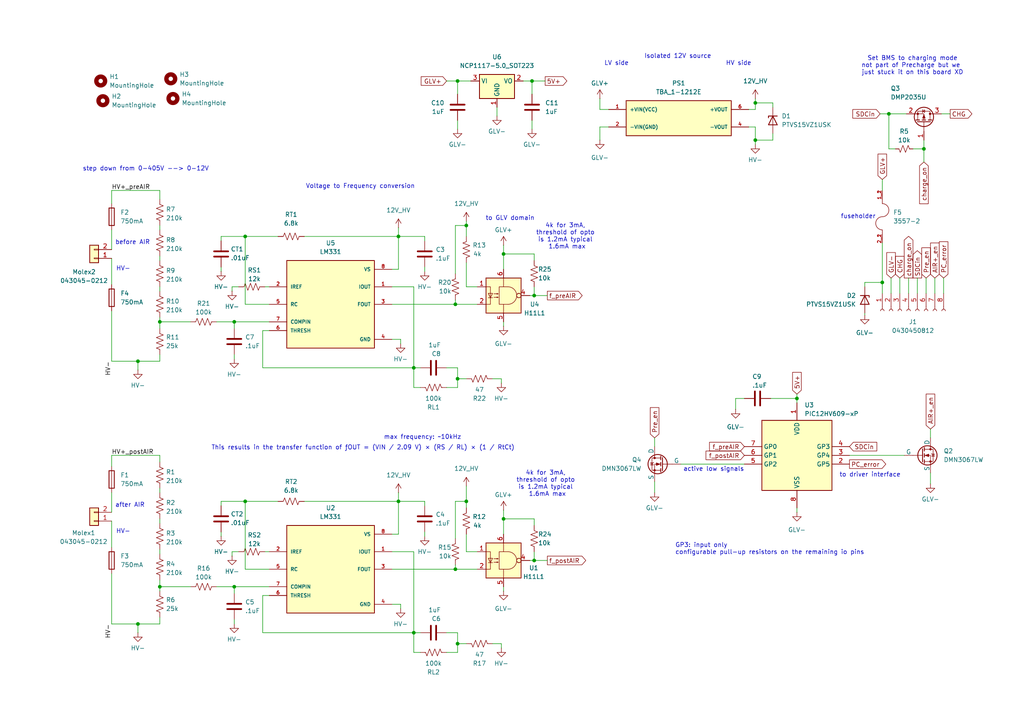
<source format=kicad_sch>
(kicad_sch (version 20231120) (generator "eeschema") (generator_version "8.0")
  (paper "A4")
  (junction (at 257.81 33.02))
  (junction (at 135.255 145.415))
  (junction (at 46.355 170.18))
  (junction (at 231.14 115.57))
  (junction (at 40.005 104.775))
  (junction (at 255.905 81.915))
  (junction (at 132.715 23.495))
  (junction (at 267.97 43.18))
  (junction (at 132.08 88.265))
  (junction (at 146.05 150.495))
  (junction (at 154.94 85.725))
  (junction (at 154.305 23.495))
  (junction (at 71.12 68.58))
  (junction (at 146.05 73.66))
  (junction (at 115.57 145.415))
  (junction (at 67.945 170.18))
  (junction (at 132.08 165.1))
  (junction (at 120.015 106.68))
  (junction (at 46.355 93.345))
  (junction (at 219.075 29.845))
  (junction (at 120.015 183.515))
  (junction (at 219.075 40.64))
  (junction (at 71.12 145.415))
  (junction (at 40.005 180.975))
  (junction (at 135.255 65.405))
  (junction (at 154.94 162.56))
  (junction (at 115.57 68.58))
  (junction (at 132.715 109.855))
  (junction (at 67.945 93.345))
  (junction (at 132.715 186.69))
  (wire (pts (xy 255.905 81.915) (xy 255.905 70.485)))
  (wire (pts (xy 250.825 81.915) (xy 255.905 81.915)))
  (wire (pts (xy 154.305 37.465) (xy 154.305 34.925)))
  (wire (pts (xy 154.94 83.185) (xy 154.94 85.725)))
  (wire (pts (xy 246.38 132.08) (xy 262.255 132.08)))
  (wire (pts (xy 67.945 170.18) (xy 78.105 170.18)))
  (wire (pts (xy 153.67 162.56) (xy 154.94 162.56)))
  (wire (pts (xy 71.12 68.58) (xy 80.645 68.58)))
  (wire (pts (xy 113.665 88.265) (xy 132.08 88.265)))
  (wire (pts (xy 78.105 165.1) (xy 71.12 165.1)))
  (wire (pts (xy 116.205 99.695) (xy 116.205 98.425)))
  (wire (pts (xy 154.94 152.4) (xy 154.94 150.495)))
  (wire (pts (xy 219.075 28.575) (xy 219.075 29.845)))
  (wire (pts (xy 46.355 150.495) (xy 46.355 151.765)))
  (wire (pts (xy 115.57 78.105) (xy 113.665 78.105)))
  (wire (pts (xy 115.57 68.58) (xy 115.57 78.105)))
  (wire (pts (xy 154.94 160.02) (xy 154.94 162.56)))
  (wire (pts (xy 46.355 159.385) (xy 46.355 160.655)))
  (wire (pts (xy 120.015 83.185) (xy 120.015 106.68)))
  (wire (pts (xy 46.355 55.245) (xy 46.355 57.785)))
  (wire (pts (xy 132.08 86.995) (xy 132.08 88.265)))
  (wire (pts (xy 145.415 186.69) (xy 142.875 186.69)))
  (wire (pts (xy 154.94 75.565) (xy 154.94 73.66)))
  (wire (pts (xy 135.255 160.02) (xy 138.43 160.02)))
  (wire (pts (xy 255.905 55.245) (xy 255.905 52.07)))
  (wire (pts (xy 132.715 37.465) (xy 132.715 34.925)))
  (wire (pts (xy 257.81 43.18) (xy 259.715 43.18)))
  (wire (pts (xy 146.05 147.955) (xy 146.05 150.495)))
  (wire (pts (xy 268.605 85.09) (xy 268.605 80.645)))
  (wire (pts (xy 219.075 41.91) (xy 219.075 40.64)))
  (wire (pts (xy 255.905 85.09) (xy 255.905 81.915)))
  (wire (pts (xy 267.97 40.64) (xy 267.97 43.18)))
  (wire (pts (xy 120.015 160.02) (xy 120.015 183.515)))
  (wire (pts (xy 64.135 155.575) (xy 64.135 154.305)))
  (wire (pts (xy 76.2 172.72) (xy 78.105 172.72)))
  (wire (pts (xy 146.05 171.45) (xy 146.05 170.18)))
  (wire (pts (xy 32.385 151.13) (xy 32.385 158.75)))
  (wire (pts (xy 46.355 141.605) (xy 46.355 142.875)))
  (wire (pts (xy 62.865 93.345) (xy 67.945 93.345)))
  (wire (pts (xy 46.355 93.345) (xy 46.355 95.25)))
  (wire (pts (xy 123.19 78.74) (xy 123.19 77.47)))
  (wire (pts (xy 32.385 180.975) (xy 40.005 180.975)))
  (wire (pts (xy 269.875 124.46) (xy 269.875 127)))
  (wire (pts (xy 173.99 40.64) (xy 173.99 36.83)))
  (wire (pts (xy 132.08 156.21) (xy 132.08 145.415)))
  (wire (pts (xy 144.145 33.655) (xy 144.145 31.115)))
  (wire (pts (xy 67.945 170.18) (xy 67.945 172.085)))
  (wire (pts (xy 116.205 98.425) (xy 113.665 98.425)))
  (wire (pts (xy 32.385 90.17) (xy 32.385 104.775)))
  (wire (pts (xy 115.57 66.04) (xy 115.57 68.58)))
  (wire (pts (xy 262.89 33.02) (xy 257.81 33.02)))
  (wire (pts (xy 32.385 55.245) (xy 46.355 55.245)))
  (wire (pts (xy 121.92 189.23) (xy 120.015 189.23)))
  (wire (pts (xy 115.57 145.415) (xy 115.57 154.94)))
  (wire (pts (xy 132.08 165.1) (xy 138.43 165.1)))
  (wire (pts (xy 46.355 170.18) (xy 46.355 171.45)))
  (wire (pts (xy 123.19 146.685) (xy 123.19 145.415)))
  (wire (pts (xy 132.715 109.855) (xy 132.715 106.68)))
  (wire (pts (xy 46.355 132.08) (xy 46.355 133.985)))
  (wire (pts (xy 132.08 88.265) (xy 138.43 88.265)))
  (wire (pts (xy 46.355 93.345) (xy 55.245 93.345)))
  (wire (pts (xy 267.97 43.18) (xy 267.97 46.99)))
  (wire (pts (xy 46.355 179.07) (xy 46.355 180.975)))
  (wire (pts (xy 273.05 33.02) (xy 275.59 33.02)))
  (wire (pts (xy 189.865 127) (xy 189.865 129.54)))
  (wire (pts (xy 32.385 142.875) (xy 32.385 148.59)))
  (wire (pts (xy 67.945 180.975) (xy 67.945 179.705)))
  (wire (pts (xy 263.525 80.645) (xy 263.525 85.09)))
  (wire (pts (xy 173.99 31.75) (xy 176.53 31.75)))
  (wire (pts (xy 123.19 155.575) (xy 123.19 154.305)))
  (wire (pts (xy 173.99 36.83) (xy 176.53 36.83)))
  (wire (pts (xy 76.2 183.515) (xy 76.2 172.72)))
  (wire (pts (xy 197.485 134.62) (xy 215.9 134.62)))
  (wire (pts (xy 132.715 112.395) (xy 132.715 109.855)))
  (wire (pts (xy 132.715 186.69) (xy 135.255 186.69)))
  (wire (pts (xy 71.12 165.1) (xy 71.12 145.415)))
  (wire (pts (xy 67.31 83.185) (xy 69.215 83.185)))
  (wire (pts (xy 113.665 160.02) (xy 120.015 160.02)))
  (wire (pts (xy 135.255 76.2) (xy 135.255 83.185)))
  (wire (pts (xy 219.075 29.845) (xy 219.075 31.75)))
  (wire (pts (xy 173.99 28.575) (xy 173.99 31.75)))
  (wire (pts (xy 154.94 73.66) (xy 146.05 73.66)))
  (wire (pts (xy 269.875 137.16) (xy 269.875 140.335)))
  (wire (pts (xy 46.355 170.18) (xy 55.245 170.18)))
  (wire (pts (xy 78.105 88.265) (xy 71.12 88.265)))
  (wire (pts (xy 46.355 92.075) (xy 46.355 93.345)))
  (wire (pts (xy 123.19 145.415) (xy 115.57 145.415)))
  (wire (pts (xy 64.135 69.85) (xy 64.135 68.58)))
  (wire (pts (xy 40.005 180.975) (xy 46.355 180.975)))
  (wire (pts (xy 116.205 176.53) (xy 116.205 175.26)))
  (wire (pts (xy 46.355 74.295) (xy 46.355 75.565)))
  (wire (pts (xy 32.385 132.08) (xy 32.385 135.255)))
  (wire (pts (xy 153.67 85.725) (xy 154.94 85.725)))
  (wire (pts (xy 145.415 111.125) (xy 145.415 109.855)))
  (wire (pts (xy 116.205 175.26) (xy 113.665 175.26)))
  (wire (pts (xy 223.52 115.57) (xy 231.14 115.57)))
  (wire (pts (xy 224.155 31.115) (xy 224.155 29.845)))
  (wire (pts (xy 129.54 23.495) (xy 132.715 23.495)))
  (wire (pts (xy 120.015 112.395) (xy 120.015 106.68)))
  (wire (pts (xy 46.355 83.185) (xy 46.355 84.455)))
  (wire (pts (xy 260.985 80.645) (xy 260.985 85.09)))
  (wire (pts (xy 219.075 31.75) (xy 217.17 31.75)))
  (wire (pts (xy 71.12 145.415) (xy 80.645 145.415)))
  (wire (pts (xy 158.115 23.495) (xy 154.305 23.495)))
  (wire (pts (xy 135.255 154.94) (xy 135.255 160.02)))
  (wire (pts (xy 231.14 114.3) (xy 231.14 115.57)))
  (wire (pts (xy 123.19 69.85) (xy 123.19 68.58)))
  (wire (pts (xy 231.14 148.59) (xy 231.14 147.32)))
  (wire (pts (xy 121.92 112.395) (xy 120.015 112.395)))
  (wire (pts (xy 32.385 132.08) (xy 46.355 132.08)))
  (wire (pts (xy 132.715 27.305) (xy 132.715 23.495)))
  (wire (pts (xy 154.305 23.495) (xy 151.765 23.495)))
  (wire (pts (xy 40.005 107.315) (xy 40.005 104.775)))
  (wire (pts (xy 132.08 145.415) (xy 135.255 145.415)))
  (wire (pts (xy 132.08 65.405) (xy 135.255 65.405)))
  (wire (pts (xy 88.265 68.58) (xy 115.57 68.58)))
  (wire (pts (xy 120.015 183.515) (xy 121.92 183.515)))
  (wire (pts (xy 40.005 104.775) (xy 46.355 104.775)))
  (wire (pts (xy 135.255 83.185) (xy 138.43 83.185)))
  (wire (pts (xy 62.865 170.18) (xy 67.945 170.18)))
  (wire (pts (xy 120.015 106.68) (xy 76.2 106.68)))
  (wire (pts (xy 146.05 73.66) (xy 146.05 78.105)))
  (wire (pts (xy 76.835 83.185) (xy 78.105 83.185)))
  (wire (pts (xy 132.08 163.83) (xy 132.08 165.1)))
  (wire (pts (xy 67.31 161.29) (xy 67.31 160.02)))
  (wire (pts (xy 64.135 146.685) (xy 64.135 145.415)))
  (wire (pts (xy 32.385 55.245) (xy 32.385 59.055)))
  (wire (pts (xy 123.19 68.58) (xy 115.57 68.58)))
  (wire (pts (xy 146.05 71.12) (xy 146.05 73.66)))
  (wire (pts (xy 32.385 104.775) (xy 40.005 104.775)))
  (wire (pts (xy 64.135 78.74) (xy 64.135 77.47)))
  (wire (pts (xy 132.715 23.495) (xy 136.525 23.495)))
  (wire (pts (xy 224.155 40.64) (xy 219.075 40.64)))
  (wire (pts (xy 76.835 160.02) (xy 78.105 160.02)))
  (wire (pts (xy 146.05 94.615) (xy 146.05 93.345)))
  (wire (pts (xy 132.715 186.69) (xy 132.715 183.515)))
  (wire (pts (xy 135.255 65.405) (xy 135.255 68.58)))
  (wire (pts (xy 135.255 145.415) (xy 135.255 147.32)))
  (wire (pts (xy 46.355 65.405) (xy 46.355 66.675)))
  (wire (pts (xy 113.665 83.185) (xy 120.015 83.185)))
  (wire (pts (xy 88.265 145.415) (xy 115.57 145.415)))
  (wire (pts (xy 258.445 85.09) (xy 258.445 80.645)))
  (wire (pts (xy 120.015 106.68) (xy 121.92 106.68)))
  (wire (pts (xy 132.715 109.855) (xy 135.255 109.855)))
  (wire (pts (xy 273.685 85.09) (xy 273.685 80.645)))
  (wire (pts (xy 219.075 36.83) (xy 219.075 40.64)))
  (wire (pts (xy 266.065 80.645) (xy 266.065 85.09)))
  (wire (pts (xy 257.81 33.02) (xy 257.81 43.18)))
  (wire (pts (xy 231.14 115.57) (xy 231.14 116.84)))
  (wire (pts (xy 135.255 140.97) (xy 135.255 145.415)))
  (wire (pts (xy 224.155 38.735) (xy 224.155 40.64)))
  (wire (pts (xy 154.94 162.56) (xy 158.75 162.56)))
  (wire (pts (xy 189.865 139.7) (xy 189.865 142.875)))
  (wire (pts (xy 219.075 36.83) (xy 217.17 36.83)))
  (wire (pts (xy 46.355 168.275) (xy 46.355 170.18)))
  (wire (pts (xy 67.31 84.455) (xy 67.31 83.185)))
  (wire (pts (xy 129.54 189.23) (xy 132.715 189.23)))
  (wire (pts (xy 67.945 93.345) (xy 78.105 93.345)))
  (wire (pts (xy 40.005 183.515) (xy 40.005 180.975)))
  (wire (pts (xy 32.385 74.93) (xy 32.385 82.55)))
  (wire (pts (xy 76.2 106.68) (xy 76.2 95.885)))
  (wire (pts (xy 145.415 109.855) (xy 142.875 109.855)))
  (wire (pts (xy 132.715 189.23) (xy 132.715 186.69)))
  (wire (pts (xy 120.015 183.515) (xy 76.2 183.515)))
  (wire (pts (xy 250.825 83.185) (xy 250.825 81.915)))
  (wire (pts (xy 129.54 106.68) (xy 132.715 106.68)))
  (wire (pts (xy 146.05 150.495) (xy 146.05 154.94)))
  (wire (pts (xy 67.945 104.14) (xy 67.945 102.87)))
  (wire (pts (xy 250.825 91.44) (xy 250.825 90.805)))
  (wire (pts (xy 271.145 85.09) (xy 271.145 80.645)))
  (wire (pts (xy 32.385 166.37) (xy 32.385 180.975)))
  (wire (pts (xy 120.015 189.23) (xy 120.015 183.515)))
  (wire (pts (xy 46.355 102.87) (xy 46.355 104.775)))
  (wire (pts (xy 32.385 66.675) (xy 32.385 72.39)))
  (wire (pts (xy 129.54 183.515) (xy 132.715 183.515)))
  (wire (pts (xy 67.31 160.02) (xy 69.215 160.02)))
  (wire (pts (xy 64.135 68.58) (xy 71.12 68.58)))
  (wire (pts (xy 76.2 95.885) (xy 78.105 95.885)))
  (wire (pts (xy 154.94 150.495) (xy 146.05 150.495)))
  (wire (pts (xy 129.54 112.395) (xy 132.715 112.395)))
  (wire (pts (xy 264.795 43.18) (xy 267.97 43.18)))
  (wire (pts (xy 154.94 85.725) (xy 158.75 85.725)))
  (wire (pts (xy 154.305 27.305) (xy 154.305 23.495)))
  (wire (pts (xy 135.255 64.135) (xy 135.255 65.405)))
  (wire (pts (xy 113.665 165.1) (xy 132.08 165.1)))
  (wire (pts (xy 224.155 29.845) (xy 219.075 29.845)))
  (wire (pts (xy 145.415 187.96) (xy 145.415 186.69)))
  (wire (pts (xy 132.08 79.375) (xy 132.08 65.405)))
  (wire (pts (xy 213.36 115.57) (xy 213.36 118.745)))
  (wire (pts (xy 257.81 33.02) (xy 255.27 33.02)))
  (wire (pts (xy 71.12 88.265) (xy 71.12 68.58)))
  (wire (pts (xy 64.135 145.415) (xy 71.12 145.415)))
  (wire (pts (xy 67.945 93.345) (xy 67.945 95.25)))
  (wire (pts (xy 215.9 115.57) (xy 213.36 115.57)))
  (wire (pts (xy 115.57 142.875) (xy 115.57 145.415)))
  (wire (pts (xy 115.57 154.94) (xy 113.665 154.94)))
  (text "active low signals" (at 207.01 136.144 0) (effects (font (size 1.27 1.27))))
  (text "HV-" (at 33.655 78.74 0) (effects (font (size 1.27 1.27)) (justify left bottom)))
  (text "after AIR" (at 33.401 147.32 0) (effects (font (size 1.27 1.27)) (justify left bottom)))
  (text "4k for 3mA, \nthreshold of opto \nis 1.2mA typical \n1.6mA max" (at 158.75 140.335 0) (effects (font (size 1.27 1.27))))
  (text "GP3: input only\nconfigurable pull-up resistors on the remaining io pins" (at 195.834 159.258 0) (effects (font (size 1.27 1.27)) (justify left)))
  (text "fuseholder" (at 248.92 62.865 0) (effects (font (size 1.27 1.27))))
  (text "max frequency: ~10kHz" (at 122.555 126.873 0) (effects (font (size 1.27 1.27))))
  (text "Isolated 12V source\nLV side 					HV side" (at 196.596 17.399 0) (effects (font (size 1.27 1.27))))
  (text "4k for 3mA, \nthreshold of opto \nis 1.2mA typical \n1.6mA max" (at 164.465 68.58 0) (effects (font (size 1.27 1.27))))
  (text "Set BMS to charging mode\nnot part of Precharge but we \njust stuck it on this board XD" (at 264.668 19.05 0) (effects (font (size 1.27 1.27))))
  (text "This results in the transfer function of ƒOUT = (VIN / 2.09 V) × (RS / RL) × (1 / RtCt)" (at 105.283 129.921 0) (effects (font (size 1.27 1.27))))
  (text "to driver interface" (at 252.349 137.795 0) (effects (font (size 1.27 1.27))))
  (text "HV-" (at 33.655 154.94 0) (effects (font (size 1.27 1.27)) (justify left bottom)))
  (text "to GLV domain" (at 147.955 63.373 0) (effects (font (size 1.27 1.27))))
  (text "Voltage to Frequency conversion" (at 104.521 54.102 0) (effects (font (size 1.27 1.27))))
  (text "step down from 0-405V --> 0-12V" (at 42.291 49.022 0) (effects (font (size 1.27 1.27))))
  (text "before AIR" (at 33.401 71.12 0) (effects (font (size 1.27 1.27)) (justify left bottom)))
  (label "HV-" (at 32.385 104.775 270))
  (label "HV+_preAIR" (at 32.385 55.245 0))
  (label "HV+_postAIR" (at 32.385 132.08 0))
  (label "HV-" (at 32.385 180.975 270))
  (global_label "charge_on" (shape input) (at 267.97 46.99 270) (property "Intersheetrefs" "${INTERSHEET_REFS}" (effects (hide yes))))
  (global_label "GLV+" (shape input) (at 255.905 52.07 90) (property "Intersheetrefs" "${INTERSHEET_REFS}" (effects (hide yes))))
  (global_label "AIR+_en" (shape input) (at 271.145 80.645 90) (property "Intersheetrefs" "${INTERSHEET_REFS}" (effects (hide yes))))
  (global_label "charge_on" (shape output) (at 263.525 80.645 90) (property "Intersheetrefs" "${INTERSHEET_REFS}" (effects (hide yes))))
  (global_label "5V+" (shape input) (at 231.14 114.3 90) (property "Intersheetrefs" "${INTERSHEET_REFS}" (effects (hide yes))))
  (global_label "5V+" (shape output) (at 158.115 23.495 0) (property "Intersheetrefs" "${INTERSHEET_REFS}" (effects (hide yes))))
  (global_label "GLV+" (shape input) (at 129.54 23.495 180) (property "Intersheetrefs" "${INTERSHEET_REFS}" (effects (hide yes))))
  (global_label "Pre_en" (shape input) (at 189.865 127 90) (property "Intersheetrefs" "${INTERSHEET_REFS}" (effects (hide yes))))
  (global_label "f_postAIR" (shape output) (at 158.75 162.56 0) (property "Intersheetrefs" "${INTERSHEET_REFS}" (effects (hide yes))))
  (global_label "CHG" (shape output) (at 275.59 33.02 0) (property "Intersheetrefs" "${INTERSHEET_REFS}" (effects (hide yes))))
  (global_label "PC_error" (shape input) (at 273.685 80.645 90) (property "Intersheetrefs" "${INTERSHEET_REFS}" (effects (hide yes))))
  (global_label "f_preAIR" (shape input) (at 215.9 129.54 180) (property "Intersheetrefs" "${INTERSHEET_REFS}" (effects (hide yes))))
  (global_label "SDCin" (shape input) (at 255.27 33.02 180) (property "Intersheetrefs" "${INTERSHEET_REFS}" (effects (hide yes))))
  (global_label "Pre_en" (shape input) (at 268.605 80.645 90) (property "Intersheetrefs" "${INTERSHEET_REFS}" (effects (hide yes))))
  (global_label "AIR+_en" (shape input) (at 269.875 124.46 90) (property "Intersheetrefs" "${INTERSHEET_REFS}" (effects (hide yes))))
  (global_label "SDCin" (shape input) (at 246.38 129.54 0) (property "Intersheetrefs" "${INTERSHEET_REFS}" (effects (hide yes))))
  (global_label "f_postAIR" (shape input) (at 215.9 132.08 180) (property "Intersheetrefs" "${INTERSHEET_REFS}" (effects (hide yes))))
  (global_label "PC_error" (shape output) (at 246.38 134.62 0) (property "Intersheetrefs" "${INTERSHEET_REFS}" (effects (hide yes))))
  (global_label "GLV-" (shape input) (at 258.445 80.645 90) (property "Intersheetrefs" "${INTERSHEET_REFS}" (effects (hide yes))))
  (global_label "SDCin" (shape output) (at 266.065 80.645 90) (property "Intersheetrefs" "${INTERSHEET_REFS}" (effects (hide yes))))
  (global_label "CHG" (shape input) (at 260.985 80.645 90) (property "Intersheetrefs" "${INTERSHEET_REFS}" (effects (hide yes))))
  (global_label "f_preAIR" (shape output) (at 158.75 85.725 0) (property "Intersheetrefs" "${INTERSHEET_REFS}" (effects (hide yes))))
  (symbol (lib_id "Device:R_US") (at 84.455 68.58 90) (unit 1)
    (property "Reference" "RT1" (at 84.455 62.23 90))
    (property "Value" "6.8k" (at 84.455 64.77 90))
    (property "Footprint" "Resistor_SMD:R_0603_1608Metric" (effects (hide yes)))
    (property "Description" "Resistor, US symbol" (effects (hide yes)))
  )
  (symbol (lib_id "Device:Fuse") (at 32.385 139.065 180) (unit 1)
    (property "Reference" "F1" (at 34.925 137.7949 0) (effects (justify right)))
    (property "Value" "750mA" (at 34.925 140.3349 0) (effects (justify right)))
    (property "Footprint" "footprints:FUSE_BK_PCS" (effects (hide yes)))
  )
  (symbol (lib_id "power:GND1") (at 145.415 111.125 0) (unit 1)
    (property "Reference" "#PWR028" (effects (hide yes)))
    (property "Value" "HV-" (at 145.415 115.57 0))
    (property "Description" "Power symbol creates a global label with name \"GND1\" , ground" (effects (hide yes)))
  )
  (symbol (lib_id "Device:R_US") (at 46.355 137.795 0) (unit 1)
    (property "Reference" "R1" (at 48.133 136.906 0) (effects (justify left)))
    (property "Value" "210k" (at 48.133 139.446 0) (effects (justify left)))
    (property "Footprint" "Resistor_SMD:R_1206_3216Metric" (effects (hide yes)))
    (property "Description" "Resistor, US symbol" (effects (hide yes)))
  )
  (symbol (lib_id "power:VDC") (at 173.99 28.575 0) (unit 1)
    (property "Reference" "#PWR08" (effects (hide yes)))
    (property "Value" "GLV+" (at 173.99 24.13 0))
    (property "Description" "Power symbol creates a global label with name \"VDC\"" (effects (hide yes)))
  )
  (symbol (lib_id "power:GND") (at 189.865 142.875 0) (unit 1)
    (property "Reference" "#PWR031" (effects (hide yes)))
    (property "Value" "GLV-" (at 189.865 147.32 0))
  )
  (symbol (lib_id "Device:C") (at 154.305 31.115 0) (unit 1)
    (property "Reference" "C11" (at 158.115 29.845 0) (effects (justify left)))
    (property "Value" "1uF" (at 158.115 32.385 0) (effects (justify left)))
    (property "Footprint" "Capacitor_SMD:C_0805_2012Metric_Pad1.18x1.45mm_HandSolder" (effects (hide yes)))
  )
  (symbol (lib_id "power:GND1") (at 40.005 107.315 0) (unit 1)
    (property "Reference" "#PWR018" (effects (hide yes)))
    (property "Value" "HV-" (at 40.005 111.76 0))
    (property "Description" "Power symbol creates a global label with name \"GND1\" , ground" (effects (hide yes)))
  )
  (symbol (lib_id "Device:R_US") (at 59.055 170.18 90) (unit 1)
    (property "Reference" "R16" (at 59.055 164.846 90))
    (property "Value" "100k" (at 59.055 167.386 90))
    (property "Footprint" "Resistor_SMD:R_0603_1608Metric" (effects (hide yes)))
    (property "Description" "Resistor, US symbol" (effects (hide yes)))
  )
  (symbol (lib_name "NMOS_1") (lib_id "Simulation_SPICE:NMOS") (at 192.405 134.62 0) (mirror y) (unit 1)
    (property "Reference" "Q4" (at 186.055 133.3499 0) (effects (justify left)))
    (property "Value" "DMN3067LW" (at 186.055 135.8899 0) (effects (justify left)))
    (property "Footprint" "Package_TO_SOT_SMD:SOT-323_SC-70" (effects (hide yes)))
    (property "Datasheet" "https://ngspice.sourceforge.io/docs/ngspice-html-manual/manual.xhtml#cha_MOSFETs" (effects (hide yes)))
    (property "Description" "N-MOSFET transistor, drain/source/gate" (effects (hide yes)))
    (property "Sim.Device" "NMOS" (effects (hide yes)))
    (property "Sim.Type" "VDMOS" (effects (hide yes)))
    (property "Sim.Pins" "1=G 2=S 3=D" (effects (hide yes)))
  )
  (symbol (lib_id "Device:R_US") (at 84.455 145.415 90) (unit 1)
    (property "Reference" "RT2" (at 84.455 139.7 90))
    (property "Value" "6.8k" (at 84.455 142.24 90))
    (property "Footprint" "Resistor_SMD:R_0603_1608Metric" (effects (hide yes)))
    (property "Description" "Resistor, US symbol" (effects (hide yes)))
  )
  (symbol (lib_id "power:GND1") (at 173.99 40.64 0) (unit 1)
    (property "Reference" "#PWR09" (effects (hide yes)))
    (property "Value" "GLV-" (at 173.99 45.72 0))
    (property "Description" "Power symbol creates a global label with name \"GND1\" , ground" (effects (hide yes)))
  )
  (symbol (lib_id "Device:R_US") (at 46.355 70.485 0) (unit 1)
    (property "Reference" "R8" (at 48.133 69.596 0) (effects (justify left)))
    (property "Value" "210k" (at 48.133 72.136 0) (effects (justify left)))
    (property "Footprint" "Resistor_SMD:R_1206_3216Metric" (effects (hide yes)))
    (property "Description" "Resistor, US symbol" (effects (hide yes)))
  )
  (symbol (lib_id "Mechanical:MountingHole") (at 50.165 28.575 0) (unit 1) (exclude_from_sim yes) (in_bom no)
    (property "Reference" "H4" (at 52.705 27.3049 0) (effects (justify left)))
    (property "Value" "MountingHole" (at 52.705 29.8449 0) (effects (justify left)))
    (property "Footprint" "MountingHole:MountingHole_4.3mm_M4" (effects (hide yes)))
    (property "Description" "Mounting Hole without connection" (effects (hide yes)))
  )
  (symbol (lib_id "Mechanical:MountingHole") (at 29.845 29.21 0) (unit 1) (exclude_from_sim yes) (in_bom no)
    (property "Reference" "H2" (at 32.385 27.9399 0) (effects (justify left)))
    (property "Value" "MountingHole" (at 32.385 30.4799 0) (effects (justify left)))
    (property "Footprint" "MountingHole:MountingHole_4.3mm_M4" (effects (hide yes)))
    (property "Description" "Mounting Hole without connection" (effects (hide yes)))
  )
  (symbol (lib_id "Device:R_US") (at 46.355 175.26 0) (unit 1)
    (property "Reference" "R6" (at 48.133 173.99 0) (effects (justify left)))
    (property "Value" "25k" (at 48.133 176.53 0) (effects (justify left)))
    (property "Footprint" "Resistor_SMD:R_0603_1608Metric" (effects (hide yes)))
    (property "Description" "Resistor, US symbol" (effects (hide yes)))
  )
  (symbol (lib_id "Device:R_Small_US") (at 262.255 43.18 90) (mirror x) (unit 1)
    (property "Reference" "R5" (at 262.255 38.1 90))
    (property "Value" "10k" (at 262.255 40.64 90))
    (property "Footprint" "Resistor_SMD:R_0805_2012Metric_Pad1.20x1.40mm_HandSolder" (effects (hide yes)))
  )
  (symbol (lib_name "NMOS_1") (lib_id "Simulation_SPICE:NMOS") (at 267.335 132.08 0) (unit 1)
    (property "Reference" "Q2" (at 273.685 130.8099 0) (effects (justify left)))
    (property "Value" "DMN3067LW" (at 273.685 133.3499 0) (effects (justify left)))
    (property "Footprint" "Package_TO_SOT_SMD:SOT-323_SC-70" (effects (hide yes)))
    (property "Datasheet" "https://ngspice.sourceforge.io/docs/ngspice-html-manual/manual.xhtml#cha_MOSFETs" (effects (hide yes)))
    (property "Description" "N-MOSFET transistor, drain/source/gate" (effects (hide yes)))
    (property "Sim.Device" "NMOS" (effects (hide yes)))
    (property "Sim.Type" "VDMOS" (effects (hide yes)))
    (property "Sim.Pins" "1=G 2=S 3=D" (effects (hide yes)))
  )
  (symbol (lib_id "Device:R_US") (at 135.255 151.13 0) (mirror y) (unit 1)
    (property "Reference" "R12" (at 140.97 149.86 0) (effects (justify left)))
    (property "Value" "4k" (at 139.7 152.4 0) (effects (justify left)))
    (property "Footprint" "Resistor_SMD:R_0603_1608Metric" (effects (hide yes)))
    (property "Description" "Resistor, US symbol" (effects (hide yes)))
  )
  (symbol (lib_id "Connector_Generic:Conn_01x02") (at 27.305 74.93 180) (unit 1)
    (property "Reference" "Molex2" (at 24.384 78.867 0))
    (property "Value" "043045-0212" (at 24.384 81.407 0))
    (property "Footprint" "Connector_Molex:Molex_Micro-Fit_3.0_43045-0212_2x01_P3.00mm_Vertical" (effects (hide yes)))
  )
  (symbol (lib_id "Device:R_US") (at 73.025 83.185 90) (unit 1)
    (property "Reference" "RS1" (at 73.787 78.359 90))
    (property "Value" "12k" (at 73.787 80.899 90))
    (property "Footprint" "Resistor_SMD:R_0603_1608Metric" (effects (hide yes)))
    (property "Description" "Resistor, US symbol" (effects (hide yes)))
  )
  (symbol (lib_id "power:GND") (at 269.875 140.335 0) (unit 1)
    (property "Reference" "#PWR034" (effects (hide yes)))
    (property "Value" "GLV-" (at 269.875 144.78 0))
  )
  (symbol (lib_id "LM331:LM331") (at 95.885 165.1 0) (unit 1)
    (property "Reference" "U2" (at 95.885 147.32 0))
    (property "Value" "LM331" (at 95.885 149.86 0))
    (property "Footprint" "footprints:DIP794W45P254L959H508Q8" (effects (hide yes)))
    (property "MF" "Texas Instruments" (effects (hide yes)))
    (property "MAXIMUM_PACKAGE_HEIGHT" "5.08 mm" (effects (hide yes)))
    (property "Package" "None" (effects (hide yes)))
    (property "Price" "None" (effects (hide yes)))
    (property "Check_prices" "https://www.snapeda.com/parts/LM331/Texas+Instruments/view-part/?ref=eda" (effects (hide yes)))
    (property "STANDARD" "IPC 7351B" (effects (hide yes)))
    (property "PARTREV" "C" (effects (hide yes)))
    (property "SnapEDA_Link" "https://www.snapeda.com/parts/LM331/Texas+Instruments/view-part/?ref=snap" (effects (hide yes)))
    (property "MP" "LM331" (effects (hide yes)))
    (property "Description_1" "\n                        \n                            VFC 100kHz 8-Pin PDIP Tube\n                        \n" (effects (hide yes)))
    (property "Availability" "Not in stock" (effects (hide yes)))
    (property "MANUFACTURER" "Texas Instruments" (effects (hide yes)))
  )
  (symbol (lib_id "Device:Fuse") (at 32.385 62.865 180) (unit 1)
    (property "Reference" "F2" (at 34.925 61.5949 0) (effects (justify right)))
    (property "Value" "750mA" (at 34.925 64.1349 0) (effects (justify right)))
    (property "Footprint" "footprints:FUSE_BK_PCS" (effects (hide yes)))
  )
  (symbol (lib_id "power:GND1") (at 116.205 176.53 0) (unit 1)
    (property "Reference" "#PWR023" (effects (hide yes)))
    (property "Value" "HV-" (at 116.205 180.975 0))
    (property "Description" "Power symbol creates a global label with name \"GND1\" , ground" (effects (hide yes)))
  )
  (symbol (lib_id "Device:R_US") (at 132.08 160.02 0) (mirror y) (unit 1)
    (property "Reference" "R15" (at 130.937 158.75 0) (effects (justify left)))
    (property "Value" "10k" (at 130.937 161.29 0) (effects (justify left)))
    (property "Footprint" "Resistor_SMD:R_0603_1608Metric" (effects (hide yes)))
    (property "Description" "Resistor, US symbol" (effects (hide yes)))
  )
  (symbol (lib_id "TBA_1-1212E:TBA_1-1212E") (at 196.85 34.29 0) (unit 1)
    (property "Reference" "PS1" (at 196.85 24.13 0))
    (property "Value" "TBA_1-1212E" (at 196.85 26.67 0))
    (property "Footprint" "footprints:CONV_TBA_1-1212E" (effects (hide yes)))
    (property "MF" "Traco Power" (effects (hide yes)))
    (property "MAXIMUM_PACKAGE_HEIGHT" "10.0mm" (effects (hide yes)))
    (property "Package" "SIP-7 Traco Power" (effects (hide yes)))
    (property "Price" "None" (effects (hide yes)))
    (property "Check_prices" "https://www.snapeda.com/parts/TBA%201-1212E/Traco+Power/view-part/?ref=eda" (effects (hide yes)))
    (property "STANDARD" "Manufacturer Recommendation" (effects (hide yes)))
    (property "PARTREV" "April 19, 2021" (effects (hide yes)))
    (property "SnapEDA_Link" "https://www.snapeda.com/parts/TBA%201-1212E/Traco+Power/view-part/?ref=snap" (effects (hide yes)))
    (property "MP" "TBA 1-1212E" (effects (hide yes)))
    (property "Description_1" "\n                        \n                            1 Watt DC/DC converter, industrial, ±10% input, short circuit protection, unregulated, encapsulated, SIP-7\n                        \n" (effects (hide yes)))
    (property "Availability" "In Stock" (effects (hide yes)))
    (property "MANUFACTURER" "Traco Power" (effects (hide yes)))
  )
  (symbol (lib_id "Isolator:H11L1") (at 146.05 85.725 0) (unit 1)
    (property "Reference" "U4" (at 155.067 88.265 0))
    (property "Value" "H11L1" (at 155.067 90.805 0))
    (property "Footprint" "footprints:H11L1M" (effects (hide yes)))
    (property "Datasheet" "https://www.onsemi.com/pub/Collateral/H11L3M-D.PDF" (effects (hide yes)))
    (property "Description" "Schmitt Trigger Output Optocoupler, High Speed, DIP-6, 1.6mA turn on threshold" (effects (hide yes)))
  )
  (symbol (lib_id "Device:C") (at 125.73 183.515 90) (unit 1)
    (property "Reference" "C6" (at 127.889 179.4511 90) (effects (justify left)))
    (property "Value" "1uF" (at 127.889 176.9111 90) (effects (justify left)))
    (property "Footprint" "Capacitor_SMD:C_0603_1608Metric" (effects (hide yes)))
    (property "Description" "Unpolarized capacitor" (effects (hide yes)))
  )
  (symbol (lib_id "Transistor_FET:AO3401A") (at 267.97 35.56 270) (mirror x) (unit 1)
    (property "Reference" "Q3" (at 258.318 25.654 90) (effects (justify left)))
    (property "Value" "DMP2035U" (at 258.318 28.194 90) (effects (justify left)))
    (property "Footprint" "Package_TO_SOT_SMD:SOT-23" (effects (hide yes)))
    (property "Datasheet" "http://www.aosmd.com/pdfs/datasheet/AO3401A.pdf" (effects (hide yes)))
    (property "Description" "-4.0A Id, -30V Vds, P-Channel MOSFET, SOT-23" (effects (hide yes)))
  )
  (symbol (lib_id "Mechanical:MountingHole") (at 49.53 22.86 0) (unit 1) (exclude_from_sim yes) (in_bom no)
    (property "Reference" "H3" (at 52.07 21.5899 0) (effects (justify left)))
    (property "Value" "MountingHole" (at 52.07 24.1299 0) (effects (justify left)))
    (property "Footprint" "MountingHole:MountingHole_4.3mm_M4" (effects (hide yes)))
    (property "Description" "Mounting Hole without connection" (effects (hide yes)))
  )
  (symbol (lib_id "Device:R_US") (at 135.255 72.39 0) (mirror y) (unit 1)
    (property "Reference" "R13" (at 140.97 71.12 0) (effects (justify left)))
    (property "Value" "4k" (at 139.7 73.66 0) (effects (justify left)))
    (property "Footprint" "Resistor_SMD:R_0603_1608Metric" (effects (hide yes)))
    (property "Description" "Resistor, US symbol" (effects (hide yes)))
  )
  (symbol (lib_id "LM331:LM331") (at 95.885 88.265 0) (unit 1)
    (property "Reference" "U5" (at 95.885 70.485 0))
    (property "Value" "LM331" (at 95.885 73.025 0))
    (property "Footprint" "footprints:DIP794W45P254L959H508Q8" (effects (hide yes)))
    (property "MF" "Texas Instruments" (effects (hide yes)))
    (property "MAXIMUM_PACKAGE_HEIGHT" "5.08 mm" (effects (hide yes)))
    (property "Package" "None" (effects (hide yes)))
    (property "Price" "None" (effects (hide yes)))
    (property "Check_prices" "https://www.snapeda.com/parts/LM331/Texas+Instruments/view-part/?ref=eda" (effects (hide yes)))
    (property "STANDARD" "IPC 7351B" (effects (hide yes)))
    (property "PARTREV" "C" (effects (hide yes)))
    (property "SnapEDA_Link" "https://www.snapeda.com/parts/LM331/Texas+Instruments/view-part/?ref=snap" (effects (hide yes)))
    (property "MP" "LM331" (effects (hide yes)))
    (property "Description_1" "\n                        \n                            VFC 100kHz 8-Pin PDIP Tube\n                        \n" (effects (hide yes)))
    (property "Availability" "Not in stock" (effects (hide yes)))
    (property "MANUFACTURER" "Texas Instruments" (effects (hide yes)))
  )
  (symbol (lib_id "Device:R_US") (at 139.065 186.69 90) (mirror x) (unit 1)
    (property "Reference" "R17" (at 139.065 192.405 90))
    (property "Value" "47" (at 139.065 189.865 90))
    (property "Footprint" "Resistor_SMD:R_0603_1608Metric" (effects (hide yes)))
    (property "Description" "Resistor, US symbol" (effects (hide yes)))
  )
  (symbol (lib_id "Device:R_US") (at 139.065 109.855 90) (mirror x) (unit 1)
    (property "Reference" "R22" (at 139.065 115.57 90))
    (property "Value" "47" (at 139.065 113.03 90))
    (property "Footprint" "Resistor_SMD:R_0603_1608Metric" (effects (hide yes)))
    (property "Description" "Resistor, US symbol" (effects (hide yes)))
  )
  (symbol (lib_id "Connector:Conn_01x08_Socket") (at 263.525 90.17 90) (mirror x) (unit 1)
    (property "Reference" "J1" (at 264.795 93.345 90))
    (property "Value" "0430450812" (at 264.795 95.885 90))
    (property "Footprint" "Connector_Molex:Molex_Micro-Fit_3.0_43045-0812_2x04_P3.00mm_Vertical" (effects (hide yes)))
  )
  (symbol (lib_id "Device:C") (at 64.135 73.66 0) (unit 1)
    (property "Reference" "CT1" (at 66.929 72.263 0) (effects (justify left)))
    (property "Value" ".01uF" (at 66.929 74.803 0) (effects (justify left)))
    (property "Footprint" "Capacitor_SMD:C_0603_1608Metric" (effects (hide yes)))
    (property "Description" "Unpolarized capacitor" (effects (hide yes)))
  )
  (symbol (lib_id "power:GND1") (at 123.19 155.575 0) (unit 1)
    (property "Reference" "#PWR06" (effects (hide yes)))
    (property "Value" "HV-" (at 123.19 160.02 0))
    (property "Description" "Power symbol creates a global label with name \"GND1\" , ground" (effects (hide yes)))
  )
  (symbol (lib_id "3557-2:3557-2") (at 255.905 62.865 270) (unit 1)
    (property "Reference" "F5" (at 259.08 61.5949 90) (effects (justify left)))
    (property "Value" "3557-2" (at 259.08 64.1349 90) (effects (justify left)))
    (property "Footprint" "footprints:FUSE_3557-2" (effects (hide yes)))
    (property "MF" "Keystone Electronics" (effects (hide yes)))
    (property "MAXIMUM_PACKAGE_HEIGHT" "7.37mm" (effects (hide yes)))
    (property "Package" "Nonstandard Keystone" (effects (hide yes)))
    (property "Price" "None" (effects (hide yes)))
    (property "Check_prices" "https://www.snapeda.com/parts/3557-2/Keystone+Electronics/view-part/?ref=eda" (effects (hide yes)))
    (property "STANDARD" "Manufacturer Recommendation" (effects (hide yes)))
    (property "PARTREV" "D" (effects (hide yes)))
    (property "SnapEDA_Link" "https://www.snapeda.com/parts/3557-2/Keystone+Electronics/view-part/?ref=snap" (effects (hide yes)))
    (property "MP" "3557-2" (effects (hide yes)))
    (property "Purchase-URL" "https://www.snapeda.com/api/url_track_click_mouser/?unipart_id=278060&manufacturer=Keystone Electronics&part_name=3557-2&search_term=None" (effects (hide yes)))
    (property "Description_1" "\nTHM 2 in 1 Auto Blade Holder\n" (effects (hide yes)))
    (property "MANUFACTURER" "Keystone" (effects (hide yes)))
    (property "Availability" "In Stock" (effects (hide yes)))
    (property "SNAPEDA_PN" "3557-2" (effects (hide yes)))
  )
  (symbol (lib_id "Device:R_US") (at 46.355 164.465 0) (unit 1)
    (property "Reference" "R4" (at 48.133 163.576 0) (effects (justify left)))
    (property "Value" "210k" (at 48.133 166.116 0) (effects (justify left)))
    (property "Footprint" "Resistor_SMD:R_1206_3216Metric" (effects (hide yes)))
    (property "Description" "Resistor, US symbol" (effects (hide yes)))
  )
  (symbol (lib_id "Device:C") (at 132.715 31.115 0) (mirror y) (unit 1)
    (property "Reference" "C10" (at 128.905 29.845 0) (effects (justify left)))
    (property "Value" "1uF" (at 128.905 32.385 0) (effects (justify left)))
    (property "Footprint" "Capacitor_SMD:C_0805_2012Metric_Pad1.18x1.45mm_HandSolder" (effects (hide yes)))
  )
  (symbol (lib_id "power:GND1") (at 231.14 148.59 0) (unit 1)
    (property "Reference" "#PWR020" (effects (hide yes)))
    (property "Value" "GLV-" (at 231.14 153.67 0))
    (property "Description" "Power symbol creates a global label with name \"GND1\" , ground" (effects (hide yes)))
  )
  (symbol (lib_id "Device:R_US") (at 46.355 88.265 0) (unit 1)
    (property "Reference" "R10" (at 48.133 87.376 0) (effects (justify left)))
    (property "Value" "210k" (at 48.133 89.916 0) (effects (justify left)))
    (property "Footprint" "Resistor_SMD:R_1206_3216Metric" (effects (hide yes)))
    (property "Description" "Resistor, US symbol" (effects (hide yes)))
  )
  (symbol (lib_id "Device:C") (at 123.19 150.495 0) (unit 1)
    (property "Reference" "C4" (at 126.365 149.2249 0) (effects (justify left)))
    (property "Value" ".1uF" (at 126.365 151.7649 0) (effects (justify left)))
    (property "Footprint" "Capacitor_SMD:C_0603_1608Metric" (effects (hide yes)))
    (property "Description" "Unpolarized capacitor" (effects (hide yes)))
  )
  (symbol (lib_id "Device:R_US") (at 46.355 155.575 0) (unit 1)
    (property "Reference" "R3" (at 48.133 154.686 0) (effects (justify left)))
    (property "Value" "210k" (at 48.133 157.226 0) (effects (justify left)))
    (property "Footprint" "Resistor_SMD:R_1206_3216Metric" (effects (hide yes)))
    (property "Description" "Resistor, US symbol" (effects (hide yes)))
  )
  (symbol (lib_id "Device:R_US") (at 46.355 99.06 0) (unit 1)
    (property "Reference" "R11" (at 48.133 97.79 0) (effects (justify left)))
    (property "Value" "25k" (at 48.133 100.33 0) (effects (justify left)))
    (property "Footprint" "Resistor_SMD:R_0603_1608Metric" (effects (hide yes)))
    (property "Description" "Resistor, US symbol" (effects (hide yes)))
  )
  (symbol (lib_id "power:GND1") (at 67.31 84.455 0) (unit 1)
    (property "Reference" "#PWR017" (effects (hide yes)))
    (property "Value" "HV-" (at 67.31 88.9 0))
    (property "Description" "Power symbol creates a global label with name \"GND1\" , ground" (effects (hide yes)))
  )
  (symbol (lib_id "power:GND1") (at 250.825 91.44 0) (unit 1)
    (property "Reference" "#PWR030" (effects (hide yes)))
    (property "Value" "GLV-" (at 250.825 96.52 0))
    (property "Description" "Power symbol creates a global label with name \"GND1\" , ground" (effects (hide yes)))
  )
  (symbol (lib_id "Device:Fuse") (at 32.385 86.36 180) (unit 1)
    (property "Reference" "F4" (at 34.925 85.0899 0) (effects (justify right)))
    (property "Value" "750mA" (at 34.925 87.6299 0) (effects (justify right)))
    (property "Footprint" "footprints:FUSE_BK_PCS" (effects (hide yes)))
  )
  (symbol (lib_id "power:GND") (at 154.305 37.465 0) (unit 1)
    (property "Reference" "#PWR033" (effects (hide yes)))
    (property "Value" "GLV-" (at 154.305 41.91 0))
  )
  (symbol (lib_id "power:GND1") (at 219.075 41.91 0) (unit 1)
    (property "Reference" "#PWR011" (effects (hide yes)))
    (property "Value" "HV-" (at 219.075 46.355 0))
    (property "Description" "Power symbol creates a global label with name \"GND1\" , ground" (effects (hide yes)))
  )
  (symbol (lib_id "power:GND1") (at 116.205 99.695 0) (unit 1)
    (property "Reference" "#PWR026" (effects (hide yes)))
    (property "Value" "HV-" (at 116.205 104.14 0))
    (property "Description" "Power symbol creates a global label with name \"GND1\" , ground" (effects (hide yes)))
  )
  (symbol (lib_id "Device:C") (at 67.945 175.895 0) (unit 1)
    (property "Reference" "C5" (at 71.12 174.6249 0) (effects (justify left)))
    (property "Value" ".1uF" (at 71.12 177.1649 0) (effects (justify left)))
    (property "Footprint" "Capacitor_SMD:C_0603_1608Metric" (effects (hide yes)))
    (property "Description" "Unpolarized capacitor" (effects (hide yes)))
  )
  (symbol (lib_id "Device:R_US") (at 125.73 189.23 90) (mirror x) (unit 1)
    (property "Reference" "RL2" (at 125.73 194.945 90))
    (property "Value" "100k" (at 125.73 192.405 90))
    (property "Footprint" "Resistor_SMD:R_0603_1608Metric" (effects (hide yes)))
    (property "Description" "Resistor, US symbol" (effects (hide yes)))
  )
  (symbol (lib_id "power:VDC") (at 135.255 140.97 0) (unit 1)
    (property "Reference" "#PWR02" (effects (hide yes)))
    (property "Value" "12V_HV" (at 135.255 135.89 0))
    (property "Description" "Power symbol creates a global label with name \"VDC\"" (effects (hide yes)))
  )
  (symbol (lib_id "power:GND1") (at 123.19 78.74 0) (unit 1)
    (property "Reference" "#PWR016" (effects (hide yes)))
    (property "Value" "HV-" (at 123.19 83.185 0))
    (property "Description" "Power symbol creates a global label with name \"GND1\" , ground" (effects (hide yes)))
  )
  (symbol (lib_id "power:VDC") (at 146.05 71.12 0) (unit 1)
    (property "Reference" "#PWR014" (effects (hide yes)))
    (property "Value" "GLV+" (at 146.05 66.675 0))
    (property "Description" "Power symbol creates a global label with name \"VDC\"" (effects (hide yes)))
  )
  (symbol (lib_id "power:GND1") (at 145.415 187.96 0) (unit 1)
    (property "Reference" "#PWR025" (effects (hide yes)))
    (property "Value" "HV-" (at 145.415 192.405 0))
    (property "Description" "Power symbol creates a global label with name \"GND1\" , ground" (effects (hide yes)))
  )
  (symbol (lib_id "Device:R_US") (at 132.08 83.185 0) (mirror y) (unit 1)
    (property "Reference" "R20" (at 130.937 81.915 0) (effects (justify left)))
    (property "Value" "10k" (at 130.937 84.455 0) (effects (justify left)))
    (property "Footprint" "Resistor_SMD:R_0603_1608Metric" (effects (hide yes)))
    (property "Description" "Resistor, US symbol" (effects (hide yes)))
  )
  (symbol (lib_id "Device:R_US") (at 46.355 79.375 0) (unit 1)
    (property "Reference" "R9" (at 48.133 78.486 0) (effects (justify left)))
    (property "Value" "210k" (at 48.133 81.026 0) (effects (justify left)))
    (property "Footprint" "Resistor_SMD:R_1206_3216Metric" (effects (hide yes)))
    (property "Description" "Resistor, US symbol" (effects (hide yes)))
  )
  (symbol (lib_id "power:GND1") (at 40.005 183.515 0) (unit 1)
    (property "Reference" "#PWR03" (effects (hide yes)))
    (property "Value" "HV-" (at 40.005 187.96 0))
    (property "Description" "Power symbol creates a global label with name \"GND1\" , ground" (effects (hide yes)))
  )
  (symbol (lib_id "Device:C") (at 123.19 73.66 0) (unit 1)
    (property "Reference" "C3" (at 126.365 72.3899 0) (effects (justify left)))
    (property "Value" ".1uF" (at 126.365 74.9299 0) (effects (justify left)))
    (property "Footprint" "Capacitor_SMD:C_0603_1608Metric" (effects (hide yes)))
    (property "Description" "Unpolarized capacitor" (effects (hide yes)))
  )
  (symbol (lib_id "power:GND1") (at 67.945 104.14 0) (unit 1)
    (property "Reference" "#PWR027" (effects (hide yes)))
    (property "Value" "HV-" (at 67.945 108.585 0))
    (property "Description" "Power symbol creates a global label with name \"GND1\" , ground" (effects (hide yes)))
  )
  (symbol (lib_id "power:GND1") (at 67.31 161.29 0) (unit 1)
    (property "Reference" "#PWR07" (effects (hide yes)))
    (property "Value" "HV-" (at 67.31 165.735 0))
    (property "Description" "Power symbol creates a global label with name \"GND1\" , ground" (effects (hide yes)))
  )
  (symbol (lib_id "Device:C") (at 64.135 150.495 0) (unit 1)
    (property "Reference" "CT2" (at 66.929 149.098 0) (effects (justify left)))
    (property "Value" ".01uF" (at 66.929 151.638 0) (effects (justify left)))
    (property "Footprint" "Capacitor_SMD:C_0603_1608Metric" (effects (hide yes)))
    (property "Description" "Unpolarized capacitor" (effects (hide yes)))
  )
  (symbol (lib_id "Device:R_US") (at 154.94 79.375 0) (unit 1)
    (property "Reference" "R25" (at 156.083 78.105 0) (effects (justify left)))
    (property "Value" "10k" (at 156.083 80.645 0) (effects (justify left)))
    (property "Footprint" "Resistor_SMD:R_0603_1608Metric" (effects (hide yes)))
    (property "Description" "Resistor, US symbol" (effects (hide yes)))
  )
  (symbol (lib_id "Device:R_US") (at 154.94 156.21 0) (unit 1)
    (property "Reference" "R24" (at 156.083 154.94 0) (effects (justify left)))
    (property "Value" "10k" (at 156.083 157.48 0) (effects (justify left)))
    (property "Footprint" "Resistor_SMD:R_0603_1608Metric" (effects (hide yes)))
    (property "Description" "Resistor, US symbol" (effects (hide yes)))
  )
  (symbol (lib_id "Device:C") (at 125.73 106.68 90) (unit 1)
    (property "Reference" "C8" (at 127.889 102.6161 90) (effects (justify left)))
    (property "Value" "1uF" (at 127.889 100.0761 90) (effects (justify left)))
    (property "Footprint" "Capacitor_SMD:C_0603_1608Metric" (effects (hide yes)))
    (property "Description" "Unpolarized capacitor" (effects (hide yes)))
  )
  (symbol (lib_id "Device:R_US") (at 46.355 61.595 0) (unit 1)
    (property "Reference" "R7" (at 48.133 60.706 0) (effects (justify left)))
    (property "Value" "210k" (at 48.133 63.246 0) (effects (justify left)))
    (property "Footprint" "Resistor_SMD:R_1206_3216Metric" (effects (hide yes)))
    (property "Description" "Resistor, US symbol" (effects (hide yes)))
  )
  (symbol (lib_id "power:GND") (at 132.715 37.465 0) (mirror y) (unit 1)
    (property "Reference" "#PWR032" (effects (hide yes)))
    (property "Value" "GLV-" (at 132.715 41.91 0))
  )
  (symbol (lib_id "Device:C") (at 219.71 115.57 270) (unit 1)
    (property "Reference" "C9" (at 218.186 109.22 90) (effects (justify left)))
    (property "Value" ".1uF" (at 218.186 111.76 90) (effects (justify left)))
    (property "Footprint" "Capacitor_SMD:C_0603_1608Metric" (effects (hide yes)))
    (property "Description" "Unpolarized capacitor" (effects (hide yes)))
  )
  (symbol (lib_id "Mechanical:MountingHole") (at 29.21 23.495 0) (unit 1) (exclude_from_sim yes) (in_bom no)
    (property "Reference" "H1" (at 31.75 22.2249 0) (effects (justify left)))
    (property "Value" "MountingHole" (at 31.75 24.7649 0) (effects (justify left)))
    (property "Footprint" "MountingHole:MountingHole_4.3mm_M4" (effects (hide yes)))
    (property "Description" "Mounting Hole without connection" (effects (hide yes)))
  )
  (symbol (lib_id "MCU_Microchip_PIC12:PIC12HV609-xP") (at 231.14 132.08 0) (unit 1)
    (property "Reference" "U3" (at 233.3341 117.475 0) (effects (justify left)))
    (property "Value" "PIC12HV609-xP" (at 233.3341 120.015 0) (effects (justify left)))
    (property "Footprint" "Package_DIP:DIP-8_W7.62mm" (effects (hide yes)))
    (property "Datasheet" "https://ww1.microchip.com/downloads/en/DeviceDoc/41302D.pdf" (effects (hide yes)))
    (property "Description" "1024W Flash, 64B SRAM, PDIP-8" (effects (hide yes)))
  )
  (symbol (lib_id "power:GND1") (at 213.36 118.745 0) (unit 1)
    (property "Reference" "#PWR029" (effects (hide yes)))
    (property "Value" "GLV-" (at 213.36 123.825 0))
    (property "Description" "Power symbol creates a global label with name \"GND1\" , ground" (effects (hide yes)))
  )
  (symbol (lib_id "power:GND1") (at 67.945 180.975 0) (unit 1)
    (property "Reference" "#PWR024" (effects (hide yes)))
    (property "Value" "HV-" (at 67.945 185.42 0))
    (property "Description" "Power symbol creates a global label with name \"GND1\" , ground" (effects (hide yes)))
  )
  (symbol (lib_id "Diode:PTVS15VZ1USK") (at 250.825 86.995 270) (unit 1)
    (property "Reference" "D2" (at 248.285 85.7249 90) (effects (justify right)))
    (property "Value" "PTVS15VZ1USK" (at 248.285 88.2649 90) (effects (justify right)))
    (property "Footprint" "Diode_SMD:Nexperia_DSN1608-2_1.6x0.8mm" (effects (hide yes)))
    (property "Datasheet" "https://assets.nexperia.com/documents/data-sheet/PTVS15VZ1USK.pdf" (effects (hide yes)))
    (property "Description" "15V, 1900W TVS unidirectional diode, DSN1608-2" (effects (hide yes)))
  )
  (symbol (lib_id "power:VDC") (at 115.57 66.04 0) (unit 1)
    (property "Reference" "#PWR012" (effects (hide yes)))
    (property "Value" "12V_HV" (at 115.57 60.96 0))
    (property "Description" "Power symbol creates a global label with name \"VDC\"" (effects (hide yes)))
  )
  (symbol (lib_id "power:VDC") (at 135.255 64.135 0) (unit 1)
    (property "Reference" "#PWR013" (effects (hide yes)))
    (property "Value" "12V_HV" (at 135.255 59.055 0))
    (property "Description" "Power symbol creates a global label with name \"VDC\"" (effects (hide yes)))
  )
  (symbol (lib_id "power:GND1") (at 64.135 155.575 0) (unit 1)
    (property "Reference" "#PWR05" (effects (hide yes)))
    (property "Value" "HV-" (at 64.135 160.02 0))
    (property "Description" "Power symbol creates a global label with name \"GND1\" , ground" (effects (hide yes)))
  )
  (symbol (lib_id "Regulator_Linear:NCP1117-5.0_SOT223") (at 144.145 23.495 0) (unit 1)
    (property "Reference" "U6" (at 144.145 16.51 0))
    (property "Value" "NCP1117-5.0_SOT223" (at 144.145 19.05 0))
    (property "Footprint" "Package_TO_SOT_SMD:SOT-223-3_TabPin2" (effects (hide yes)))
    (property "Datasheet" "http://www.onsemi.com/pub_link/Collateral/NCP1117-D.PDF" (effects (hide yes)))
    (property "Description" "1A Low drop-out regulator, Fixed Output 5V, SOT-223" (effects (hide yes)))
  )
  (symbol (lib_id "power:VDC") (at 146.05 147.955 0) (unit 1)
    (property "Reference" "#PWR04" (effects (hide yes)))
    (property "Value" "GLV+" (at 146.05 143.51 0))
    (property "Description" "Power symbol creates a global label with name \"VDC\"" (effects (hide yes)))
  )
  (symbol (lib_id "power:VDC") (at 115.57 142.875 0) (unit 1)
    (property "Reference" "#PWR01" (effects (hide yes)))
    (property "Value" "12V_HV" (at 115.57 137.795 0))
    (property "Description" "Power symbol creates a global label with name \"VDC\"" (effects (hide yes)))
  )
  (symbol (lib_id "Device:Fuse") (at 32.385 162.56 180) (unit 1)
    (property "Reference" "F3" (at 34.925 161.2899 0) (effects (justify right)))
    (property "Value" "750mA" (at 34.925 163.8299 0) (effects (justify right)))
    (property "Footprint" "footprints:FUSE_BK_PCS" (effects (hide yes)))
  )
  (symbol (lib_id "Isolator:H11L1") (at 146.05 162.56 0) (unit 1)
    (property "Reference" "U1" (at 154.813 164.719 0))
    (property "Value" "H11L1" (at 154.813 167.259 0))
    (property "Footprint" "footprints:H11L1M" (effects (hide yes)))
    (property "Datasheet" "https://www.onsemi.com/pub/Collateral/H11L3M-D.PDF" (effects (hide yes)))
    (property "Description" "Schmitt Trigger Output Optocoupler, High Speed, DIP-6, 1.6mA turn on threshold" (effects (hide yes)))
  )
  (symbol (lib_id "Device:C") (at 67.945 99.06 0) (unit 1)
    (property "Reference" "C7" (at 71.12 97.7899 0) (effects (justify left)))
    (property "Value" ".1uF" (at 71.12 100.3299 0) (effects (justify left)))
    (property "Footprint" "Capacitor_SMD:C_0603_1608Metric" (effects (hide yes)))
    (property "Description" "Unpolarized capacitor" (effects (hide yes)))
  )
  (symbol (lib_id "power:GND1") (at 146.05 94.615 0) (unit 1)
    (property "Reference" "#PWR021" (effects (hide yes)))
    (property "Value" "GLV-" (at 146.05 99.695 0))
    (property "Description" "Power symbol creates a global label with name \"GND1\" , ground" (effects (hide yes)))
  )
  (symbol (lib_id "Device:R_US") (at 59.055 93.345 90) (unit 1)
    (property "Reference" "R21" (at 59.055 88.011 90))
    (property "Value" "100k" (at 59.055 90.551 90))
    (property "Footprint" "Resistor_SMD:R_0603_1608Metric" (effects (hide yes)))
    (property "Description" "Resistor, US symbol" (effects (hide yes)))
  )
  (symbol (lib_id "Device:R_US") (at 46.355 146.685 0) (unit 1)
    (property "Reference" "R2" (at 48.133 145.796 0) (effects (justify left)))
    (property "Value" "210k" (at 48.133 148.336 0) (effects (justify left)))
    (property "Footprint" "Resistor_SMD:R_1206_3216Metric" (effects (hide yes)))
    (property "Description" "Resistor, US symbol" (effects (hide yes)))
  )
  (symbol (lib_id "Connector_Generic:Conn_01x02") (at 27.305 151.13 180) (unit 1)
    (property "Reference" "Molex1" (at 24.257 154.559 0))
    (property "Value" "043045-0212" (at 24.257 157.099 0))
    (property "Footprint" "Connector_Molex:Molex_Micro-Fit_3.0_43045-0212_2x01_P3.00mm_Vertical" (effects (hide yes)))
  )
  (symbol (lib_id "Device:R_US") (at 73.025 160.02 90) (unit 1)
    (property "Reference" "RS2" (at 73.787 155.194 90))
    (property "Value" "12k" (at 73.787 157.734 90))
    (property "Footprint" "Resistor_SMD:R_0603_1608Metric" (effects (hide yes)))
    (property "Description" "Resistor, US symbol" (effects (hide yes)))
  )
  (symbol (lib_id "power:GND1") (at 64.135 78.74 0) (unit 1)
    (property "Reference" "#PWR015" (effects (hide yes)))
    (property "Value" "HV-" (at 64.135 83.185 0))
    (property "Description" "Power symbol creates a global label with name \"GND1\" , ground" (effects (hide yes)))
  )
  (symbol (lib_id "Diode:PTVS15VZ1USK") (at 224.155 34.925 90) (mirror x) (unit 1)
    (property "Reference" "D1" (at 226.695 33.6549 90) (effects (justify right)))
    (property "Value" "PTVS15VZ1USK" (at 226.695 36.1949 90) (effects (justify right)))
    (property "Footprint" "Diode_SMD:Nexperia_DSN1608-2_1.6x0.8mm" (effects (hide yes)))
    (property "Datasheet" "https://assets.nexperia.com/documents/data-sheet/PTVS15VZ1USK.pdf" (effects (hide yes)))
    (property "Description" "15V, 1900W TVS unidirectional diode, DSN1608-2" (effects (hide yes)))
  )
  (symbol (lib_id "power:GND") (at 144.145 33.655 0) (mirror y) (unit 1)
    (property "Reference" "#PWR019" (effects (hide yes)))
    (property "Value" "GLV-" (at 144.145 38.1 0))
  )
  (symbol (lib_id "power:GND1") (at 146.05 171.45 0) (unit 1)
    (property "Reference" "#PWR022" (effects (hide yes)))
    (property "Value" "GLV-" (at 146.05 176.53 0))
    (property "Description" "Power symbol creates a global label with name \"GND1\" , ground" (effects (hide yes)))
  )
  (symbol (lib_id "power:VDC") (at 219.075 28.575 0) (unit 1)
    (property "Reference" "#PWR010" (effects (hide yes)))
    (property "Value" "12V_HV" (at 219.075 23.495 0))
    (property "Description" "Power symbol creates a global label with name \"VDC\"" (effects (hide yes)))
  )
  (symbol (lib_id "Device:R_US") (at 125.73 112.395 90) (mirror x) (unit 1)
    (property "Reference" "RL1" (at 125.73 118.11 90))
    (property "Value" "100k" (at 125.73 115.57 90))
    (property "Footprint" "Resistor_SMD:R_0603_1608Metric" (effects (hide yes)))
    (property "Description" "Resistor, US symbol" (effects (hide yes)))
  )
)
</source>
